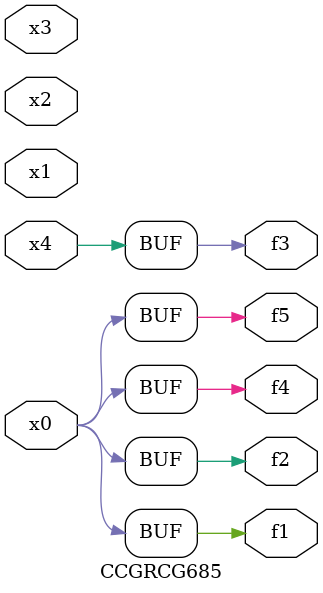
<source format=v>
module CCGRCG685(
	input x0, x1, x2, x3, x4,
	output f1, f2, f3, f4, f5
);
	assign f1 = x0;
	assign f2 = x0;
	assign f3 = x4;
	assign f4 = x0;
	assign f5 = x0;
endmodule

</source>
